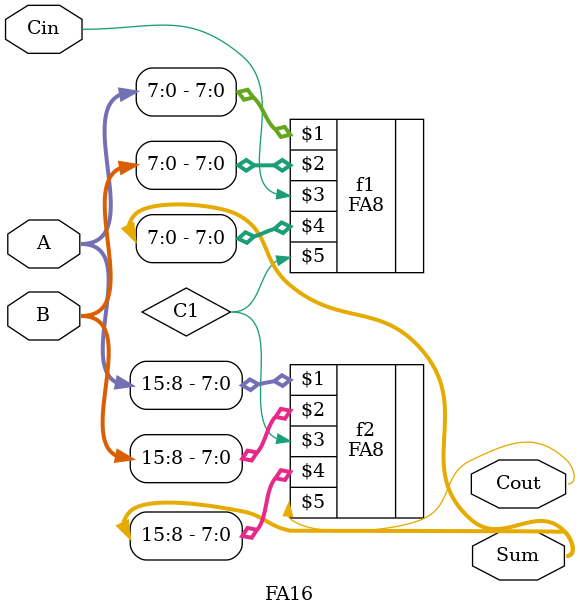
<source format=v>
`include "FullAdder8.v"

module FA16(A,B,Cin,Sum,Cout);
	input [15:0] A,B;
	input Cin;
	output [15:0] Sum;
	output Cout;
	wire C1;
	
	FA8 f1(A[7:0],B[7:0], Cin, Sum[7:0], C1);
	FA8 f2(A[15:8],B[15:8], C1, Sum[15:8], Cout);
	
endmodule
</source>
